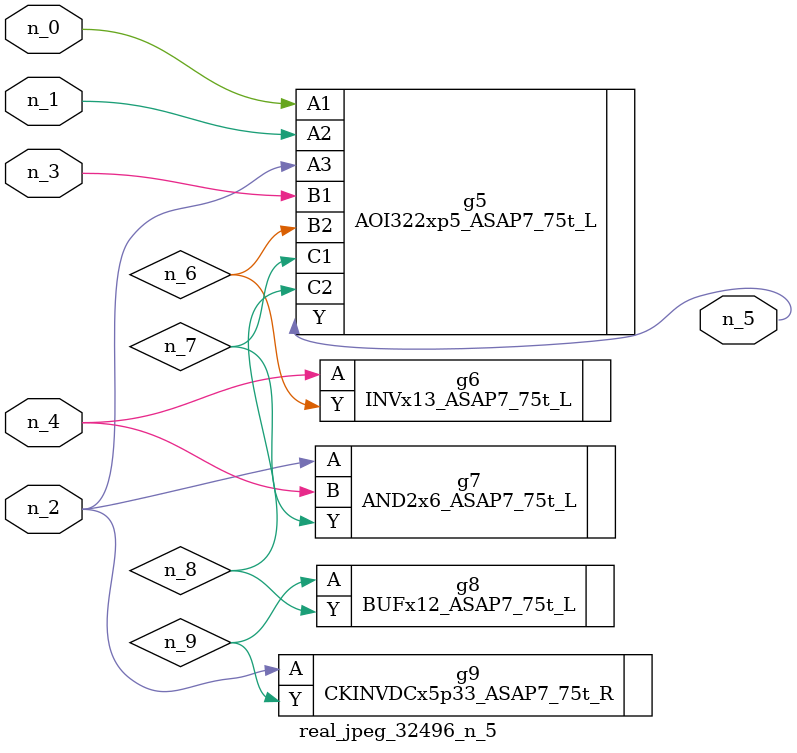
<source format=v>
module real_jpeg_32496_n_5 (n_4, n_0, n_1, n_2, n_3, n_5);

input n_4;
input n_0;
input n_1;
input n_2;
input n_3;

output n_5;

wire n_8;
wire n_6;
wire n_7;
wire n_9;

AOI322xp5_ASAP7_75t_L g5 ( 
.A1(n_0),
.A2(n_1),
.A3(n_2),
.B1(n_3),
.B2(n_6),
.C1(n_7),
.C2(n_8),
.Y(n_5)
);

AND2x6_ASAP7_75t_L g7 ( 
.A(n_2),
.B(n_4),
.Y(n_7)
);

CKINVDCx5p33_ASAP7_75t_R g9 ( 
.A(n_2),
.Y(n_9)
);

INVx13_ASAP7_75t_L g6 ( 
.A(n_4),
.Y(n_6)
);

BUFx12_ASAP7_75t_L g8 ( 
.A(n_9),
.Y(n_8)
);


endmodule
</source>
